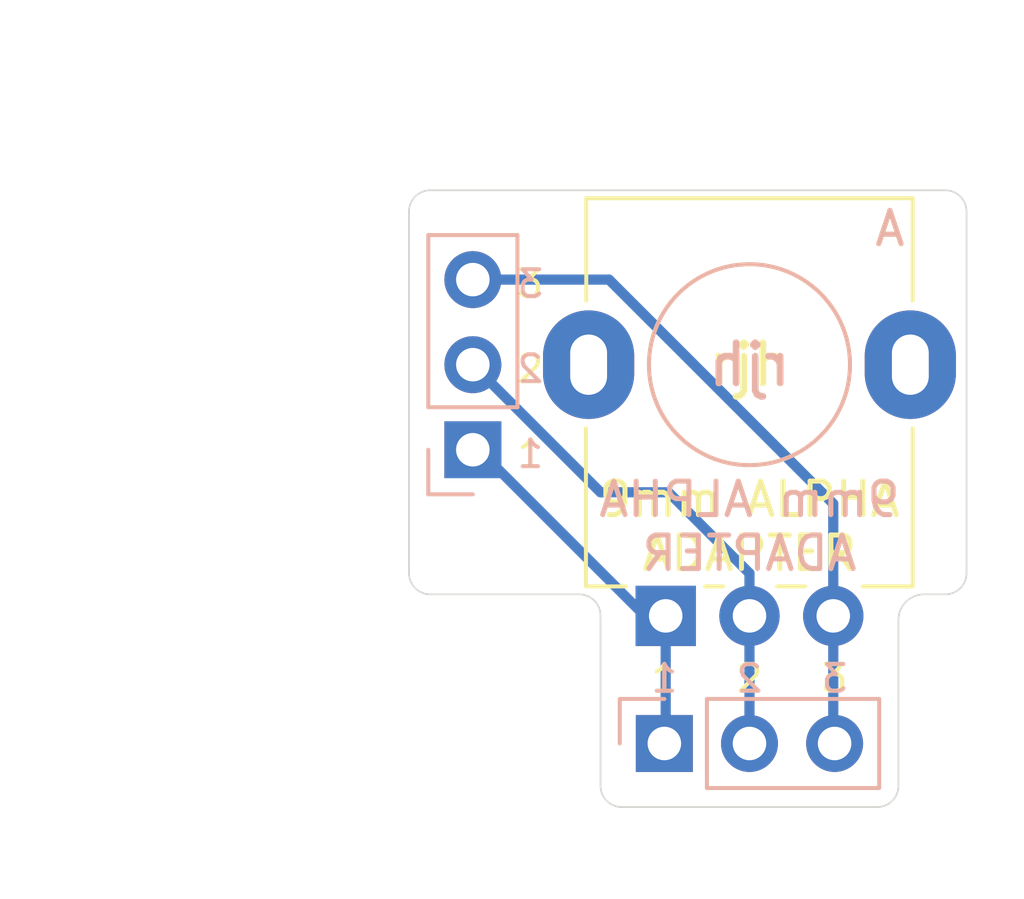
<source format=kicad_pcb>
(kicad_pcb (version 20171130) (host pcbnew "(5.1.5)-2")

  (general
    (thickness 1.6)
    (drawings 42)
    (tracks 16)
    (zones 0)
    (modules 3)
    (nets 4)
  )

  (page A4)
  (title_block
    (title "Alpha RD901F-40 Adapter")
    (date 2020-01-14)
    (rev A)
    (company RJH)
  )

  (layers
    (0 F.Cu signal)
    (31 B.Cu signal)
    (32 B.Adhes user)
    (33 F.Adhes user)
    (34 B.Paste user)
    (35 F.Paste user)
    (36 B.SilkS user)
    (37 F.SilkS user)
    (38 B.Mask user)
    (39 F.Mask user)
    (40 Dwgs.User user)
    (41 Cmts.User user)
    (42 Eco1.User user)
    (43 Eco2.User user)
    (44 Edge.Cuts user)
    (45 Margin user)
    (46 B.CrtYd user)
    (47 F.CrtYd user)
    (48 B.Fab user)
    (49 F.Fab user)
  )

  (setup
    (last_trace_width 0.3048)
    (trace_clearance 0.3048)
    (zone_clearance 0.508)
    (zone_45_only no)
    (trace_min 0.2)
    (via_size 0.8128)
    (via_drill 0.4064)
    (via_min_size 0.4)
    (via_min_drill 0.3)
    (uvia_size 0.3048)
    (uvia_drill 0.1016)
    (uvias_allowed no)
    (uvia_min_size 0.2)
    (uvia_min_drill 0.1)
    (edge_width 0.05)
    (segment_width 0.2)
    (pcb_text_width 0.3)
    (pcb_text_size 1.5 1.5)
    (mod_edge_width 0.12)
    (mod_text_size 1 1)
    (mod_text_width 0.15)
    (pad_size 1.524 1.524)
    (pad_drill 0.762)
    (pad_to_mask_clearance 0.051)
    (solder_mask_min_width 0.25)
    (aux_axis_origin 0 0)
    (grid_origin 116.205 94.1)
    (visible_elements 7FFFFFFF)
    (pcbplotparams
      (layerselection 0x010f0_ffffffff)
      (usegerberextensions false)
      (usegerberattributes false)
      (usegerberadvancedattributes false)
      (creategerberjobfile false)
      (excludeedgelayer true)
      (linewidth 0.100000)
      (plotframeref false)
      (viasonmask false)
      (mode 1)
      (useauxorigin false)
      (hpglpennumber 1)
      (hpglpenspeed 20)
      (hpglpendiameter 15.000000)
      (psnegative false)
      (psa4output false)
      (plotreference true)
      (plotvalue true)
      (plotinvisibletext false)
      (padsonsilk false)
      (subtractmaskfromsilk false)
      (outputformat 1)
      (mirror false)
      (drillshape 0)
      (scaleselection 1)
      (outputdirectory "gerber"))
  )

  (net 0 "")
  (net 1 "Net-(J1-Pad3)")
  (net 2 "Net-(J1-Pad2)")
  (net 3 "Net-(J1-Pad1)")

  (net_class Default "This is the default net class."
    (clearance 0.3048)
    (trace_width 0.3048)
    (via_dia 0.8128)
    (via_drill 0.4064)
    (uvia_dia 0.3048)
    (uvia_drill 0.1016)
    (diff_pair_width 0.3048)
    (diff_pair_gap 0.3048)
    (add_net "Net-(J1-Pad1)")
    (add_net "Net-(J1-Pad2)")
    (add_net "Net-(J1-Pad3)")
  )

  (module Potentiometer_THT:Potentiometer_Alpha_RD901F-40-00D_Single_Vertical locked (layer F.Cu) (tedit 5C6C6C14) (tstamp 5E1E9B84)
    (at 113.705 101.6 90)
    (descr "Potentiometer, vertical, 9mm, single, http://www.taiwanalpha.com.tw/downloads?target=products&id=113")
    (tags "potentiometer vertical 9mm single")
    (path /5E1E44E9)
    (fp_text reference RV1 (at 6.71 -4.64 270) (layer F.SilkS) hide
      (effects (font (size 1 1) (thickness 0.15)))
    )
    (fp_text value R_POT (at 0 9.86 270) (layer F.Fab)
      (effects (font (size 1 1) (thickness 0.15)))
    )
    (fp_line (start 0.88 4.16) (end 0.88 3.33) (layer F.SilkS) (width 0.12))
    (fp_line (start 0.88 1.71) (end 0.88 1.18) (layer F.SilkS) (width 0.12))
    (fp_line (start 0.88 -1.19) (end 0.88 -2.37) (layer F.SilkS) (width 0.12))
    (fp_line (start 0.88 7.37) (end 5.6 7.37) (layer F.SilkS) (width 0.12))
    (fp_line (start 9.41 -2.37) (end 12.47 -2.37) (layer F.SilkS) (width 0.12))
    (fp_line (start 1 7.25) (end 12.35 7.25) (layer F.Fab) (width 0.1))
    (fp_line (start 1 -2.25) (end 12.35 -2.25) (layer F.Fab) (width 0.1))
    (fp_line (start 12.35 7.25) (end 12.35 -2.25) (layer F.Fab) (width 0.1))
    (fp_line (start 1 7.25) (end 1 -2.25) (layer F.Fab) (width 0.1))
    (fp_circle (center 7.5 2.5) (end 7.5 -1) (layer F.Fab) (width 0.1))
    (fp_line (start 0.88 -2.38) (end 5.6 -2.38) (layer F.SilkS) (width 0.12))
    (fp_line (start 9.41 7.37) (end 12.47 7.37) (layer F.SilkS) (width 0.12))
    (fp_line (start 0.88 7.37) (end 0.88 5.88) (layer F.SilkS) (width 0.12))
    (fp_line (start 12.47 7.37) (end 12.47 -2.37) (layer F.SilkS) (width 0.12))
    (fp_line (start 12.6 8.91) (end 12.6 -3.91) (layer F.CrtYd) (width 0.05))
    (fp_line (start 12.6 -3.91) (end -1.15 -3.91) (layer F.CrtYd) (width 0.05))
    (fp_line (start -1.15 -3.91) (end -1.15 8.91) (layer F.CrtYd) (width 0.05))
    (fp_line (start -1.15 8.91) (end 12.6 8.91) (layer F.CrtYd) (width 0.05))
    (fp_text user %R (at 7.62 2.54 90) (layer F.Fab)
      (effects (font (size 1 1) (thickness 0.15)))
    )
    (pad "" thru_hole oval (at 7.5 -2.3 180) (size 2.72 3.24) (drill oval 1.1 1.8) (layers *.Cu *.Mask))
    (pad "" thru_hole oval (at 7.5 7.3 180) (size 2.72 3.24) (drill oval 1.1 1.8) (layers *.Cu *.Mask))
    (pad 3 thru_hole circle (at 0 5 180) (size 1.8 1.8) (drill 1) (layers *.Cu *.Mask)
      (net 1 "Net-(J1-Pad3)"))
    (pad 2 thru_hole circle (at 0 2.5 180) (size 1.8 1.8) (drill 1) (layers *.Cu *.Mask)
      (net 2 "Net-(J1-Pad2)"))
    (pad 1 thru_hole rect (at 0 0 180) (size 1.8 1.8) (drill 1) (layers *.Cu *.Mask)
      (net 3 "Net-(J1-Pad1)"))
    (model ${KISYS3DMOD}/Potentiometer_THT.3dshapes/Potentiometer_Alpha_RD901F-40-00D_Single_Vertical.wrl
      (at (xyz 0 0 0))
      (scale (xyz 1 1 1))
      (rotate (xyz 0 0 0))
    )
  )

  (module Connector_PinHeader_2.54mm:PinHeader_1x03_P2.54mm_Vertical (layer B.Cu) (tedit 59FED5CC) (tstamp 5E1EA958)
    (at 107.95 96.64)
    (descr "Through hole straight pin header, 1x03, 2.54mm pitch, single row")
    (tags "Through hole pin header THT 1x03 2.54mm single row")
    (path /5E1E4F39)
    (fp_text reference J2 (at 0 2.33) (layer B.SilkS) hide
      (effects (font (size 1 1) (thickness 0.15)) (justify mirror))
    )
    (fp_text value Conn_01x03 (at 0 -7.41) (layer B.Fab)
      (effects (font (size 1 1) (thickness 0.15)) (justify mirror))
    )
    (fp_text user %R (at 0 -2.54 270) (layer B.Fab)
      (effects (font (size 1 1) (thickness 0.15)) (justify mirror))
    )
    (fp_line (start 1.8 1.8) (end -1.8 1.8) (layer B.CrtYd) (width 0.05))
    (fp_line (start 1.8 -6.85) (end 1.8 1.8) (layer B.CrtYd) (width 0.05))
    (fp_line (start -1.8 -6.85) (end 1.8 -6.85) (layer B.CrtYd) (width 0.05))
    (fp_line (start -1.8 1.8) (end -1.8 -6.85) (layer B.CrtYd) (width 0.05))
    (fp_line (start -1.33 1.33) (end 0 1.33) (layer B.SilkS) (width 0.12))
    (fp_line (start -1.33 0) (end -1.33 1.33) (layer B.SilkS) (width 0.12))
    (fp_line (start -1.33 -1.27) (end 1.33 -1.27) (layer B.SilkS) (width 0.12))
    (fp_line (start 1.33 -1.27) (end 1.33 -6.41) (layer B.SilkS) (width 0.12))
    (fp_line (start -1.33 -1.27) (end -1.33 -6.41) (layer B.SilkS) (width 0.12))
    (fp_line (start -1.33 -6.41) (end 1.33 -6.41) (layer B.SilkS) (width 0.12))
    (fp_line (start -1.27 0.635) (end -0.635 1.27) (layer B.Fab) (width 0.1))
    (fp_line (start -1.27 -6.35) (end -1.27 0.635) (layer B.Fab) (width 0.1))
    (fp_line (start 1.27 -6.35) (end -1.27 -6.35) (layer B.Fab) (width 0.1))
    (fp_line (start 1.27 1.27) (end 1.27 -6.35) (layer B.Fab) (width 0.1))
    (fp_line (start -0.635 1.27) (end 1.27 1.27) (layer B.Fab) (width 0.1))
    (pad 3 thru_hole oval (at 0 -5.08) (size 1.7 1.7) (drill 1) (layers *.Cu *.Mask)
      (net 1 "Net-(J1-Pad3)"))
    (pad 2 thru_hole oval (at 0 -2.54) (size 1.7 1.7) (drill 1) (layers *.Cu *.Mask)
      (net 2 "Net-(J1-Pad2)"))
    (pad 1 thru_hole rect (at 0 0) (size 1.7 1.7) (drill 1) (layers *.Cu *.Mask)
      (net 3 "Net-(J1-Pad1)"))
    (model ${KISYS3DMOD}/Connector_PinHeader_2.54mm.3dshapes/PinHeader_1x03_P2.54mm_Vertical.wrl
      (at (xyz 0 0 0))
      (scale (xyz 1 1 1))
      (rotate (xyz 0 0 0))
    )
  )

  (module Connector_PinHeader_2.54mm:PinHeader_1x03_P2.54mm_Vertical (layer B.Cu) (tedit 59FED5CC) (tstamp 5E1E9B51)
    (at 113.665 105.41 270)
    (descr "Through hole straight pin header, 1x03, 2.54mm pitch, single row")
    (tags "Through hole pin header THT 1x03 2.54mm single row")
    (path /5E1E5640)
    (fp_text reference J1 (at 0 2.33 270) (layer B.SilkS) hide
      (effects (font (size 1 1) (thickness 0.15)) (justify mirror))
    )
    (fp_text value Conn_01x03 (at 0 -7.41 270) (layer B.Fab)
      (effects (font (size 1 1) (thickness 0.15)) (justify mirror))
    )
    (fp_text user %R (at 0 -2.54) (layer B.Fab)
      (effects (font (size 1 1) (thickness 0.15)) (justify mirror))
    )
    (fp_line (start 1.8 1.8) (end -1.8 1.8) (layer B.CrtYd) (width 0.05))
    (fp_line (start 1.8 -6.85) (end 1.8 1.8) (layer B.CrtYd) (width 0.05))
    (fp_line (start -1.8 -6.85) (end 1.8 -6.85) (layer B.CrtYd) (width 0.05))
    (fp_line (start -1.8 1.8) (end -1.8 -6.85) (layer B.CrtYd) (width 0.05))
    (fp_line (start -1.33 1.33) (end 0 1.33) (layer B.SilkS) (width 0.12))
    (fp_line (start -1.33 0) (end -1.33 1.33) (layer B.SilkS) (width 0.12))
    (fp_line (start -1.33 -1.27) (end 1.33 -1.27) (layer B.SilkS) (width 0.12))
    (fp_line (start 1.33 -1.27) (end 1.33 -6.41) (layer B.SilkS) (width 0.12))
    (fp_line (start -1.33 -1.27) (end -1.33 -6.41) (layer B.SilkS) (width 0.12))
    (fp_line (start -1.33 -6.41) (end 1.33 -6.41) (layer B.SilkS) (width 0.12))
    (fp_line (start -1.27 0.635) (end -0.635 1.27) (layer B.Fab) (width 0.1))
    (fp_line (start -1.27 -6.35) (end -1.27 0.635) (layer B.Fab) (width 0.1))
    (fp_line (start 1.27 -6.35) (end -1.27 -6.35) (layer B.Fab) (width 0.1))
    (fp_line (start 1.27 1.27) (end 1.27 -6.35) (layer B.Fab) (width 0.1))
    (fp_line (start -0.635 1.27) (end 1.27 1.27) (layer B.Fab) (width 0.1))
    (pad 3 thru_hole oval (at 0 -5.08 270) (size 1.7 1.7) (drill 1) (layers *.Cu *.Mask)
      (net 1 "Net-(J1-Pad3)"))
    (pad 2 thru_hole oval (at 0 -2.54 270) (size 1.7 1.7) (drill 1) (layers *.Cu *.Mask)
      (net 2 "Net-(J1-Pad2)"))
    (pad 1 thru_hole rect (at 0 0 270) (size 1.7 1.7) (drill 1) (layers *.Cu *.Mask)
      (net 3 "Net-(J1-Pad1)"))
    (model ${KISYS3DMOD}/Connector_PinHeader_2.54mm.3dshapes/PinHeader_1x03_P2.54mm_Vertical.wrl
      (at (xyz 0 0 0))
      (scale (xyz 1 1 1))
      (rotate (xyz 0 0 0))
    )
  )

  (dimension 13.208 (width 0.15) (layer Dwgs.User)
    (gr_text "0.5200 in" (at 101.951 100.704 270) (layer Dwgs.User)
      (effects (font (size 1 1) (thickness 0.15)))
    )
    (feature1 (pts (xy 107.95 107.308) (xy 102.664579 107.308)))
    (feature2 (pts (xy 107.95 94.1) (xy 102.664579 94.1)))
    (crossbar (pts (xy 103.251 94.1) (xy 103.251 107.308)))
    (arrow1a (pts (xy 103.251 107.308) (xy 102.664579 106.181496)))
    (arrow1b (pts (xy 103.251 107.308) (xy 103.837421 106.181496)))
    (arrow2a (pts (xy 103.251 94.1) (xy 102.664579 95.226504)))
    (arrow2b (pts (xy 103.251 94.1) (xy 103.837421 95.226504)))
  )
  (dimension 5.207 (width 0.15) (layer Dwgs.User)
    (gr_text "0.2050 in" (at 101.951 91.4965 270) (layer Dwgs.User)
      (effects (font (size 1 1) (thickness 0.15)))
    )
    (feature1 (pts (xy 107.95 94.1) (xy 102.664579 94.1)))
    (feature2 (pts (xy 107.95 88.893) (xy 102.664579 88.893)))
    (crossbar (pts (xy 103.251 88.893) (xy 103.251 94.1)))
    (arrow1a (pts (xy 103.251 94.1) (xy 102.664579 92.973496)))
    (arrow1b (pts (xy 103.251 94.1) (xy 103.837421 92.973496)))
    (arrow2a (pts (xy 103.251 88.893) (xy 102.664579 90.019504)))
    (arrow2b (pts (xy 103.251 88.893) (xy 103.837421 90.019504)))
  )
  (gr_text A (at 120.396 90.036) (layer B.SilkS) (tstamp 5E1EBB5E)
    (effects (font (size 1 1) (thickness 0.15)) (justify mirror))
  )
  (gr_text A (at 120.396 90.036) (layer F.SilkS)
    (effects (font (size 1 1) (thickness 0.15)))
  )
  (gr_text rjh (at 116.205 94.1) (layer B.SilkS) (tstamp 5E1EB22C)
    (effects (font (size 1.2 1.2) (thickness 0.2)) (justify mirror))
  )
  (gr_text rjh (at 116.205 94.1) (layer F.SilkS)
    (effects (font (size 1.2 1.2) (thickness 0.2)))
  )
  (gr_circle (center 116.205 94.1) (end 119.205 94.1) (layer B.SilkS) (width 0.12) (tstamp 5E1EB19B))
  (gr_arc (start 122.047 89.528) (end 122.682 89.528) (angle -90) (layer Edge.Cuts) (width 0.05))
  (gr_arc (start 106.68 89.528) (end 106.68 88.893) (angle -90) (layer Edge.Cuts) (width 0.05))
  (gr_arc (start 122.047 100.323) (end 122.047 100.958) (angle -90) (layer Edge.Cuts) (width 0.05))
  (gr_arc (start 106.68 100.323) (end 106.045 100.323) (angle -90) (layer Edge.Cuts) (width 0.05))
  (gr_arc (start 120.015 106.673) (end 120.015 107.308) (angle -90) (layer Edge.Cuts) (width 0.05))
  (gr_arc (start 112.395 106.673) (end 111.76 106.673) (angle -90) (layer Edge.Cuts) (width 0.05))
  (gr_arc (start 121.412 101.72) (end 121.412 100.958) (angle -90) (layer Edge.Cuts) (width 0.05))
  (gr_arc (start 111.125 101.593) (end 111.76 101.593) (angle -90) (layer Edge.Cuts) (width 0.05))
  (gr_circle (center 116.205 94.1) (end 119.205 94.1) (layer F.SilkS) (width 0.12))
  (gr_text "9mm ALPHA\nADAPTER" (at 116.205 98.926) (layer B.SilkS) (tstamp 5E1EAEE3)
    (effects (font (size 1 1) (thickness 0.15)) (justify mirror))
  )
  (gr_text 3 (at 109.6645 91.687) (layer B.SilkS) (tstamp 5E1EAB5D)
    (effects (font (size 0.8 0.8) (thickness 0.12)) (justify mirror))
  )
  (gr_text 3 (at 109.6645 91.687) (layer F.SilkS) (tstamp 5E1EAB51)
    (effects (font (size 0.8 0.8) (thickness 0.12)))
  )
  (gr_line (start 122.047 88.893) (end 106.68 88.893) (layer Edge.Cuts) (width 0.05))
  (gr_line (start 122.682 100.323) (end 122.682 89.528) (layer Edge.Cuts) (width 0.05))
  (dimension 8.255 (width 0.15) (layer Dwgs.User)
    (gr_text "8.255 mm" (at 112.0775 86.45) (layer Dwgs.User)
      (effects (font (size 1 1) (thickness 0.15)))
    )
    (feature1 (pts (xy 107.95 94.1) (xy 107.95 87.163579)))
    (feature2 (pts (xy 116.205 94.1) (xy 116.205 87.163579)))
    (crossbar (pts (xy 116.205 87.75) (xy 107.95 87.75)))
    (arrow1a (pts (xy 107.95 87.75) (xy 109.076504 87.163579)))
    (arrow1b (pts (xy 107.95 87.75) (xy 109.076504 88.336421)))
    (arrow2a (pts (xy 116.205 87.75) (xy 115.078496 87.163579)))
    (arrow2b (pts (xy 116.205 87.75) (xy 115.078496 88.336421)))
  )
  (gr_line (start 112.395 107.308) (end 120.015 107.308) (layer Edge.Cuts) (width 0.05) (tstamp 5E1EA0A6))
  (gr_line (start 121.412 100.958) (end 122.047 100.958) (layer Edge.Cuts) (width 0.05))
  (gr_line (start 120.65 101.72) (end 120.65 106.673) (layer Edge.Cuts) (width 0.05))
  (gr_line (start 111.76 106.673) (end 111.76 101.593) (layer Edge.Cuts) (width 0.05) (tstamp 5E1EA566))
  (gr_line (start 111.125 100.958) (end 106.68 100.958) (layer Edge.Cuts) (width 0.05))
  (gr_text "9mm ALPHA\nADAPTER" (at 116.205 98.926) (layer F.SilkS)
    (effects (font (size 1 1) (thickness 0.15)))
  )
  (gr_text 1 (at 109.6645 96.767) (layer B.SilkS) (tstamp 5E1EAB60)
    (effects (font (size 0.8 0.8) (thickness 0.12)) (justify mirror))
  )
  (gr_text 2 (at 109.6645 94.227) (layer B.SilkS) (tstamp 5E1EAB5A)
    (effects (font (size 0.8 0.8) (thickness 0.12)) (justify mirror))
  )
  (gr_text 1 (at 109.6645 96.767) (layer F.SilkS) (tstamp 5E1EAB57)
    (effects (font (size 0.8 0.8) (thickness 0.12)))
  )
  (gr_text 2 (at 109.6645 94.227) (layer F.SilkS) (tstamp 5E1EAB54)
    (effects (font (size 0.8 0.8) (thickness 0.12)))
  )
  (gr_text 3 (at 118.745 103.471) (layer B.SilkS)
    (effects (font (size 0.8 0.8) (thickness 0.12)) (justify mirror))
  )
  (gr_text 2 (at 116.205 103.471) (layer B.SilkS)
    (effects (font (size 0.8 0.8) (thickness 0.12)) (justify mirror))
  )
  (gr_text 1 (at 113.665 103.471) (layer B.SilkS)
    (effects (font (size 0.8 0.8) (thickness 0.12)) (justify mirror))
  )
  (gr_text 3 (at 118.745 103.471) (layer F.SilkS)
    (effects (font (size 0.8 0.8) (thickness 0.12)))
  )
  (gr_text 2 (at 116.205 103.471) (layer F.SilkS)
    (effects (font (size 0.8 0.8) (thickness 0.12)))
  )
  (gr_text 1 (at 113.665 103.471) (layer F.SilkS)
    (effects (font (size 0.8 0.8) (thickness 0.12)))
  )
  (dimension 18.408 (width 0.15) (layer Dwgs.User)
    (gr_text "18.408 mm" (at 97.506 98.104 270) (layer Dwgs.User)
      (effects (font (size 1 1) (thickness 0.15)))
    )
    (feature1 (pts (xy 106.045 107.308) (xy 98.219579 107.308)))
    (feature2 (pts (xy 106.045 88.9) (xy 98.219579 88.9)))
    (crossbar (pts (xy 98.806 88.9) (xy 98.806 107.308)))
    (arrow1a (pts (xy 98.806 107.308) (xy 98.219579 106.181496)))
    (arrow1b (pts (xy 98.806 107.308) (xy 99.392421 106.181496)))
    (arrow2a (pts (xy 98.806 88.9) (xy 98.219579 90.026504)))
    (arrow2b (pts (xy 98.806 88.9) (xy 99.392421 90.026504)))
  )
  (dimension 16.637 (width 0.15) (layer Dwgs.User)
    (gr_text "16.637 mm" (at 114.3635 83.910001) (layer Dwgs.User)
      (effects (font (size 1 1) (thickness 0.15)))
    )
    (feature1 (pts (xy 106.045 88.9) (xy 106.045 84.62358)))
    (feature2 (pts (xy 122.682 88.9) (xy 122.682 84.62358)))
    (crossbar (pts (xy 122.682 85.210001) (xy 106.045 85.210001)))
    (arrow1a (pts (xy 106.045 85.210001) (xy 107.171504 84.62358)))
    (arrow1b (pts (xy 106.045 85.210001) (xy 107.171504 85.796422)))
    (arrow2a (pts (xy 122.682 85.210001) (xy 121.555496 84.62358)))
    (arrow2b (pts (xy 122.682 85.210001) (xy 121.555496 85.796422)))
  )
  (dimension 11.31 (width 0.15) (layer Dwgs.User)
    (gr_text "11.310 mm" (at 104.745 99.755 270) (layer Dwgs.User)
      (effects (font (size 1 1) (thickness 0.15)))
    )
    (feature1 (pts (xy 116.205 105.41) (xy 105.458579 105.41)))
    (feature2 (pts (xy 116.205 94.1) (xy 105.458579 94.1)))
    (crossbar (pts (xy 106.045 94.1) (xy 106.045 105.41)))
    (arrow1a (pts (xy 106.045 105.41) (xy 105.458579 104.283496)))
    (arrow1b (pts (xy 106.045 105.41) (xy 106.631421 104.283496)))
    (arrow2a (pts (xy 106.045 94.1) (xy 105.458579 95.226504)))
    (arrow2b (pts (xy 106.045 94.1) (xy 106.631421 95.226504)))
  )
  (gr_line (start 106.045 89.528) (end 106.045 100.323) (layer Edge.Cuts) (width 0.05))

  (segment (start 118.705 105.37) (end 118.745 105.41) (width 0.3048) (layer B.Cu) (net 1))
  (segment (start 118.705 101.6) (end 118.705 105.37) (width 0.3048) (layer B.Cu) (net 1))
  (segment (start 112.014 91.56) (end 107.95 91.56) (width 0.3048) (layer B.Cu) (net 1))
  (segment (start 118.705 101.6) (end 118.705 98.251) (width 0.3048) (layer B.Cu) (net 1))
  (segment (start 118.705 98.251) (end 112.014 91.56) (width 0.3048) (layer B.Cu) (net 1))
  (segment (start 116.205 101.6) (end 116.205 105.41) (width 0.3048) (layer B.Cu) (net 2))
  (segment (start 116.205 101.6) (end 116.205 100.327208) (width 0.3048) (layer B.Cu) (net 2))
  (segment (start 116.205 100.327208) (end 113.787792 97.91) (width 0.3048) (layer B.Cu) (net 2))
  (segment (start 111.76 97.91) (end 113.787792 97.91) (width 0.3048) (layer B.Cu) (net 2))
  (segment (start 107.95 94.1) (end 111.76 97.91) (width 0.3048) (layer B.Cu) (net 2))
  (segment (start 113.705 105.37) (end 113.665 105.41) (width 0.3048) (layer B.Cu) (net 3))
  (segment (start 113.705 101.6) (end 113.705 105.37) (width 0.3048) (layer B.Cu) (net 3))
  (segment (start 113.672 101.6) (end 113.705 101.6) (width 0.3048) (layer B.Cu) (net 3))
  (segment (start 108.123947 96.64) (end 113.083947 101.6) (width 0.3048) (layer B.Cu) (net 3))
  (segment (start 113.083947 101.6) (end 113.705 101.6) (width 0.3048) (layer B.Cu) (net 3))
  (segment (start 107.95 96.64) (end 108.123947 96.64) (width 0.3048) (layer B.Cu) (net 3))

)

</source>
